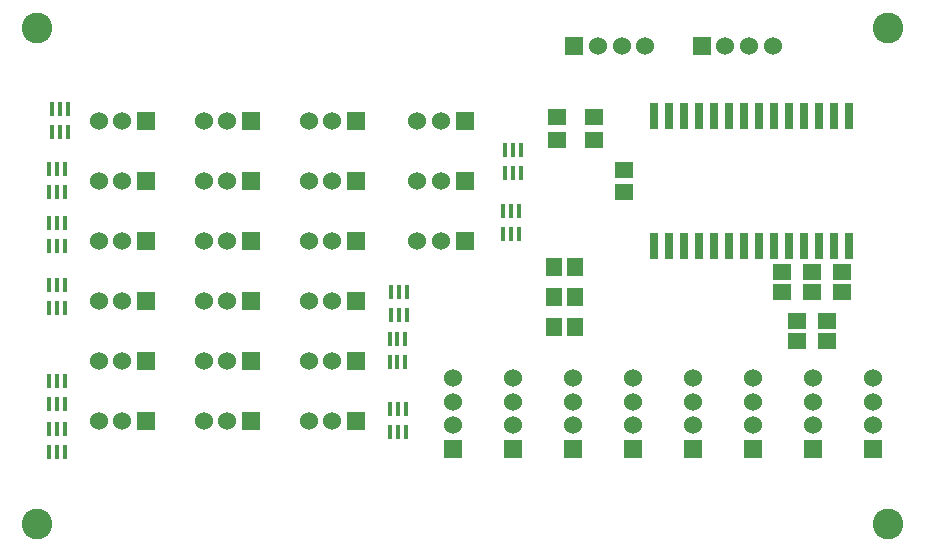
<source format=gbr>
G04 EAGLE Gerber RS-274X export*
G75*
%MOMM*%
%FSLAX34Y34*%
%LPD*%
%INSoldermask Top*%
%IPPOS*%
%AMOC8*
5,1,8,0,0,1.08239X$1,22.5*%
G01*
%ADD10R,0.701600X2.301600*%
%ADD11R,1.401600X1.601600*%
%ADD12R,1.601600X1.401600*%
%ADD13R,0.457200X1.219200*%
%ADD14C,2.601600*%
%ADD15C,1.524000*%
%ADD16R,1.524000X1.524000*%


D10*
X552450Y265675D03*
X565150Y265675D03*
X577850Y265675D03*
X590550Y265675D03*
X603250Y265675D03*
X615950Y265675D03*
X628650Y265675D03*
X641350Y265675D03*
X654050Y265675D03*
X666750Y265675D03*
X679450Y265675D03*
X692150Y265675D03*
X704850Y265675D03*
X717550Y265675D03*
X717550Y375675D03*
X704850Y375675D03*
X692150Y375675D03*
X679450Y375675D03*
X666750Y375675D03*
X654050Y375675D03*
X641350Y375675D03*
X628650Y375675D03*
X615950Y375675D03*
X603250Y375675D03*
X590550Y375675D03*
X577850Y375675D03*
X565150Y375675D03*
X552450Y375675D03*
D11*
X467750Y196850D03*
X484750Y196850D03*
X467750Y222250D03*
X484750Y222250D03*
X467750Y247650D03*
X484750Y247650D03*
D12*
X469900Y374625D03*
X469900Y355625D03*
X501650Y374625D03*
X501650Y355625D03*
X527050Y330175D03*
X527050Y311175D03*
D13*
X437479Y295302D03*
X430875Y295302D03*
X424271Y295302D03*
X424271Y275998D03*
X430875Y275998D03*
X437479Y275998D03*
D12*
X711200Y226450D03*
X711200Y243450D03*
X698500Y202175D03*
X698500Y185175D03*
X685800Y226450D03*
X685800Y243450D03*
X673100Y202175D03*
X673100Y185175D03*
D13*
X342529Y226427D03*
X335925Y226427D03*
X329321Y226427D03*
X329321Y207123D03*
X335925Y207123D03*
X342529Y207123D03*
D14*
X750000Y30000D03*
X750000Y450000D03*
X30000Y30000D03*
X30000Y450000D03*
D15*
X544550Y435450D03*
X524550Y435450D03*
X504550Y435450D03*
D16*
X484550Y435450D03*
D15*
X652500Y435450D03*
X632500Y435450D03*
X612500Y435450D03*
D16*
X592500Y435450D03*
D15*
X81875Y117950D03*
X101875Y117950D03*
D16*
X121875Y117950D03*
D15*
X170775Y117950D03*
X190775Y117950D03*
D16*
X210775Y117950D03*
D15*
X259675Y117950D03*
X279675Y117950D03*
D16*
X299675Y117950D03*
D15*
X81875Y168750D03*
X101875Y168750D03*
D16*
X121875Y168750D03*
D15*
X170775Y168750D03*
X190775Y168750D03*
D16*
X210775Y168750D03*
D15*
X259675Y168750D03*
X279675Y168750D03*
D16*
X299675Y168750D03*
D15*
X81875Y219550D03*
X101875Y219550D03*
D16*
X121875Y219550D03*
D15*
X170775Y219550D03*
X190775Y219550D03*
D16*
X210775Y219550D03*
D15*
X259675Y219550D03*
X279675Y219550D03*
D16*
X299675Y219550D03*
D15*
X81875Y270350D03*
X101875Y270350D03*
D16*
X121875Y270350D03*
D15*
X170775Y270350D03*
X190775Y270350D03*
D16*
X210775Y270350D03*
D15*
X259675Y270350D03*
X279675Y270350D03*
D16*
X299675Y270350D03*
D15*
X81875Y321150D03*
X101875Y321150D03*
D16*
X121875Y321150D03*
D15*
X170775Y321150D03*
X190775Y321150D03*
D16*
X210775Y321150D03*
D15*
X259675Y321150D03*
X279675Y321150D03*
D16*
X299675Y321150D03*
D15*
X81875Y371950D03*
X101875Y371950D03*
D16*
X121875Y371950D03*
D15*
X170775Y371950D03*
X190775Y371950D03*
D16*
X210775Y371950D03*
D15*
X259675Y371950D03*
X279675Y371950D03*
D16*
X299675Y371950D03*
D12*
X660400Y226450D03*
X660400Y243450D03*
D15*
X351750Y371950D03*
X371750Y371950D03*
D16*
X391750Y371950D03*
D15*
X351750Y270350D03*
X371750Y270350D03*
D16*
X391750Y270350D03*
D15*
X351750Y321150D03*
X371750Y321150D03*
D16*
X391750Y321150D03*
D13*
X39971Y213023D03*
X46575Y213023D03*
X53179Y213023D03*
X53179Y232327D03*
X46575Y232327D03*
X39971Y232327D03*
X55679Y381777D03*
X49075Y381777D03*
X42471Y381777D03*
X42471Y362473D03*
X49075Y362473D03*
X55679Y362473D03*
X328121Y167623D03*
X334725Y167623D03*
X341329Y167623D03*
X341329Y186927D03*
X334725Y186927D03*
X328121Y186927D03*
X439304Y347177D03*
X432700Y347177D03*
X426096Y347177D03*
X426096Y327873D03*
X432700Y327873D03*
X439304Y327873D03*
X39971Y131923D03*
X46575Y131923D03*
X53179Y131923D03*
X53179Y151227D03*
X46575Y151227D03*
X39971Y151227D03*
X53179Y330677D03*
X46575Y330677D03*
X39971Y330677D03*
X39971Y311373D03*
X46575Y311373D03*
X53179Y311373D03*
X341879Y127927D03*
X335275Y127927D03*
X328671Y127927D03*
X328671Y108623D03*
X335275Y108623D03*
X341879Y108623D03*
X39821Y91473D03*
X46425Y91473D03*
X53029Y91473D03*
X53029Y110777D03*
X46425Y110777D03*
X39821Y110777D03*
X53179Y285127D03*
X46575Y285127D03*
X39971Y285127D03*
X39971Y265823D03*
X46575Y265823D03*
X53179Y265823D03*
D15*
X381475Y154025D03*
X381475Y134025D03*
X381475Y114025D03*
D16*
X381475Y94025D03*
D15*
X432275Y154025D03*
X432275Y134025D03*
X432275Y114025D03*
D16*
X432275Y94025D03*
D15*
X483075Y154025D03*
X483075Y134025D03*
X483075Y114025D03*
D16*
X483075Y94025D03*
D15*
X533875Y154025D03*
X533875Y134025D03*
X533875Y114025D03*
D16*
X533875Y94025D03*
D15*
X584675Y154025D03*
X584675Y134025D03*
X584675Y114025D03*
D16*
X584675Y94025D03*
D15*
X635475Y154025D03*
X635475Y134025D03*
X635475Y114025D03*
D16*
X635475Y94025D03*
D15*
X686275Y154025D03*
X686275Y134025D03*
X686275Y114025D03*
D16*
X686275Y94025D03*
D15*
X737075Y154025D03*
X737075Y134025D03*
X737075Y114025D03*
D16*
X737075Y94025D03*
M02*

</source>
